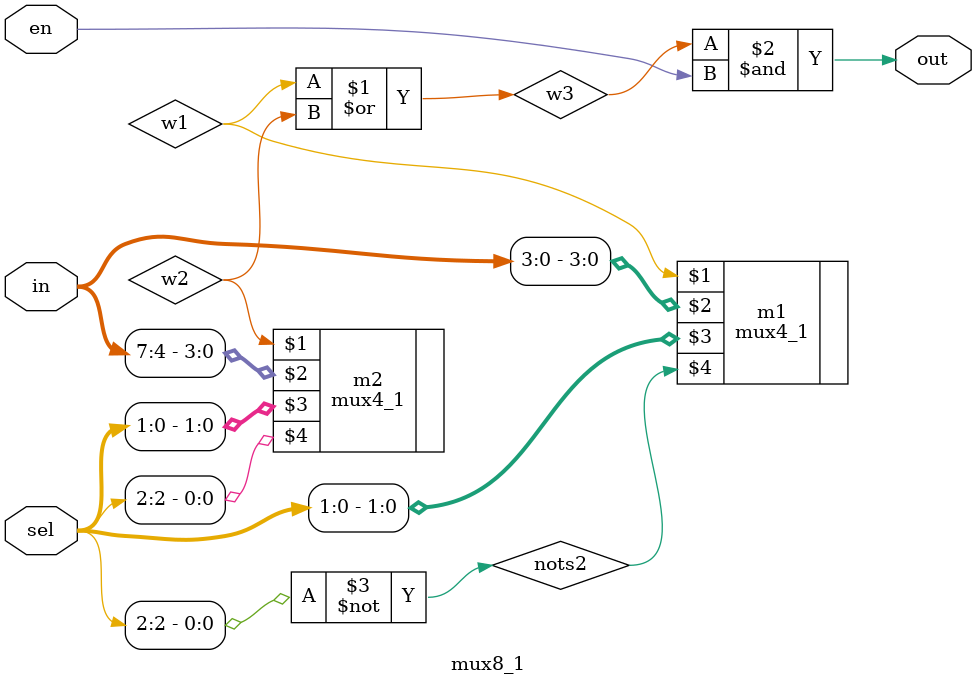
<source format=v>
`timescale 1ns / 1ps


module mux8_1(output out,
              input [7:0]in,
              input [2:0]sel,
              input en);
wire w1,w2,w3,nots2;

not n1(nots2,sel[2]);
mux4_1 m1(w1,in[3:0],sel[1:0],nots2);
mux4_1 m2(w2,in[7:4],sel[1:0],sel[2]);
or o1(w3,w1,w2);
and a1(out,w3,en);
              
endmodule

</source>
